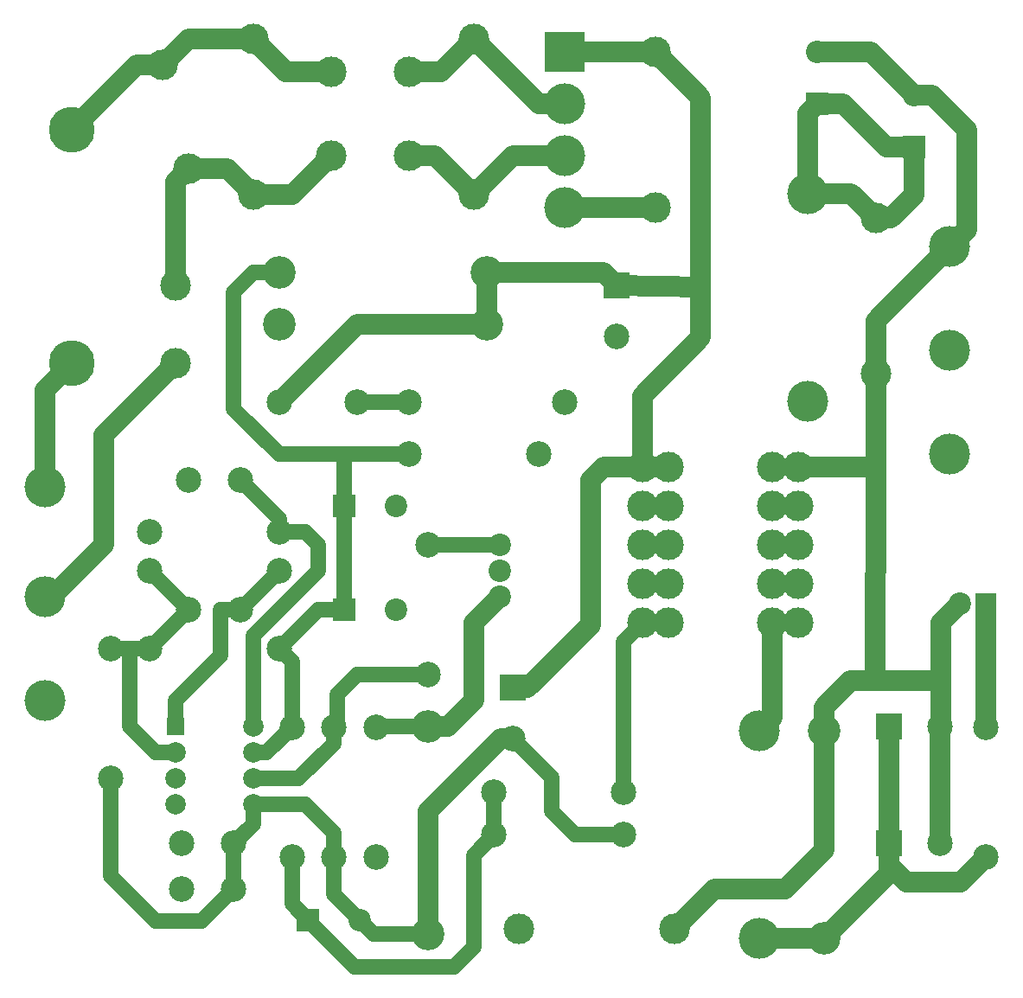
<source format=gbr>
G04 DipTrace 4.1.0.1*
G04 2 - Bottom.gbr*
%MOIN*%
G04 #@! TF.FileFunction,Copper,L2,Bot*
G04 #@! TF.Part,Single*
G04 #@! TA.AperFunction,Conductor*
%ADD13C,0.07874*%
%ADD14C,0.059055*%
G04 #@! TA.AperFunction,ComponentPad*
%ADD15C,0.11811*%
%ADD16R,0.098425X0.098425*%
%ADD17C,0.098425*%
%ADD18C,0.086614*%
%ADD19R,0.086614X0.086614*%
%ADD20R,0.15748X0.15748*%
%ADD21C,0.15748*%
%ADD22C,0.15748*%
%ADD23C,0.086614*%
%ADD24R,0.07874X0.07874*%
%ADD25C,0.177165*%
%ADD26C,0.11811*%
%ADD27C,0.125984*%
%ADD28C,0.098425*%
%ADD29R,0.070866X0.070866*%
%ADD30C,0.07874*%
%FSLAX26Y26*%
G04*
G70*
G90*
G75*
G01*
G04 Bottom*
%LPD*%
X590551Y2368701D2*
D13*
Y2740551D1*
X693701Y2843701D1*
Y3743701D2*
X943701Y3993701D1*
X1043701D1*
X1143701Y4093701D1*
X1393701D1*
X1518701Y3968701D1*
X1693701D1*
X1993701D2*
X2118701D1*
X2243701Y4093701D1*
X2593701Y3843701D2*
X2493701D1*
X2243701Y4093701D1*
X590551Y1943701D2*
X618701D1*
X818701Y2143701D1*
Y2568701D1*
X1093701Y2843701D1*
X1093696Y3143701D2*
Y3543696D1*
X1143701Y3593701D1*
X1293701D1*
X1393701Y3493701D1*
X1543701D1*
X1693701Y3643701D1*
X1993701D2*
X2093701D1*
X2243701Y3493701D1*
X2593701Y3643701D2*
X2393701D1*
X2243701Y3493701D1*
X2593701Y4043701D2*
X2943701D1*
X3118701Y3868701D1*
Y3138976D1*
Y2943701D1*
X2893701Y2718701D1*
Y2443701D1*
X2793701Y3143701D2*
X3118701Y3138976D1*
X2293701Y3193701D2*
Y2993701D1*
X2793701Y3143701D2*
X2743701Y3193701D1*
X2293701D1*
X1493701Y2693693D2*
X1793709Y2993701D1*
X2293701D1*
X2993701Y2443701D2*
X2743701D1*
X2693701Y2393701D1*
Y1835734D1*
X2451668Y1593701D1*
X2393701D1*
X2593701Y3443701D2*
X2943701D1*
X2068701Y643701D2*
Y1118701D1*
X2346850Y1396850D1*
X2393706D1*
X1803944Y699213D2*
D14*
X1859455Y643701D1*
X2068701D1*
X1803944Y699213D2*
X1703944Y799213D1*
Y941339D1*
Y1033458D1*
X1593701Y1143701D1*
X1393701D1*
Y1068701D1*
X1318701Y993701D1*
Y818701D1*
X843701Y1243701D2*
Y868701D1*
X1018701Y693701D1*
X1193701D1*
X1318701Y818701D1*
X2822047Y1027559D2*
X2634843D1*
X2543701Y1118701D1*
Y1246856D1*
X2393706Y1396850D1*
X1993701Y2693701D2*
X1793701D1*
X2343701Y1943701D2*
D13*
X2243701Y1843701D1*
Y1543701D1*
X2143701Y1443701D1*
X2068701D1*
D14*
X1871063D1*
X1868701Y1441339D1*
X1393701Y1343701D2*
X1446063D1*
X1543701Y1441339D1*
Y1693701D1*
X1493701Y1743701D1*
X1643701Y1893701D1*
X1743701D1*
Y2293701D1*
Y2493701D1*
X1993701D1*
X1493701Y3193701D2*
X1393701D1*
X1318701Y3118701D1*
Y2668701D1*
X1493701Y2493701D1*
X1993701D1*
X1393701Y1243701D2*
X1568701D1*
X1703944Y1378944D1*
Y1441339D1*
X1718701Y1456096D1*
Y1568701D1*
X1793701Y1643701D1*
X2068701D1*
X2343701Y2143701D2*
X2068701D1*
X993701Y2043701D2*
X1143701Y1893701D1*
X843701Y1743701D2*
X918542D1*
X993701D1*
X1143701Y1893701D2*
X993701Y1743701D1*
X1093701Y1343701D2*
X1018701D1*
X918542Y1443860D1*
Y1743701D1*
X1493701Y2043701D2*
X1343701Y1893701D1*
X1093701Y1443701D2*
Y1543701D1*
X1268701Y1718701D1*
Y1893701D1*
X1343701D1*
X3531201Y3497433D2*
D13*
X3699024D1*
X3793701Y3402756D1*
X3531201Y3497433D2*
Y3806201D1*
X3568701Y3843701D1*
X3793701Y3402756D2*
X3852756D1*
X3942126Y3492126D1*
Y3677552D1*
X3568701Y3843701D2*
X3668701D1*
X3834849Y3677552D1*
X3942126D1*
X2893701Y1843701D2*
D14*
X2822047Y1772047D1*
Y1191339D1*
X2322047D2*
Y1027559D1*
X2243701Y949213D1*
Y593701D1*
X2168701Y518701D1*
X1784455D1*
X1603944Y699213D1*
X1543701Y941339D2*
Y759455D1*
X1603944Y699213D1*
X4040551Y993701D2*
D13*
Y1443701D1*
X4043701Y1446850D1*
Y1620634D1*
Y1843701D1*
X4118701Y1918701D1*
X3018710Y664588D2*
X3172823Y818701D1*
X3443701D1*
X3593701Y968701D1*
Y1427559D1*
Y1518701D1*
X3695634Y1620634D1*
X3790148D1*
X4043701D1*
X3493701Y2443701D2*
X3793701D1*
Y2802756D1*
Y3007874D1*
X4079528Y3293701D1*
X3568701Y4043701D2*
X3775978D1*
X3942126Y3877552D1*
X4009849D1*
X4143701Y3743701D1*
Y3357874D1*
X4079528Y3293701D1*
X3793701Y2443701D2*
X3790148Y1620634D1*
X3393701Y1843701D2*
Y1477953D1*
X3343701Y1427953D1*
Y627953D2*
X3593307D1*
X3593701Y627559D1*
X3843701Y877559D1*
Y910395D1*
Y993701D1*
Y1443701D1*
X4218701Y941339D2*
X4121063Y843701D1*
X3910395D1*
X3843701Y910395D1*
X4218701Y1441339D2*
Y1918701D1*
X1343701Y2393701D2*
D14*
X1493701Y2243701D1*
Y2193701D1*
X1593701D1*
X1643701Y2143701D1*
Y2043701D1*
X1393701Y1793701D1*
Y1443701D1*
D15*
Y3493701D3*
Y4093701D3*
X2243701Y3493701D3*
Y4093701D3*
X2943701Y3443701D3*
Y4043701D3*
D16*
X2793701Y3143701D3*
D17*
Y2946850D3*
D16*
X2393701Y1593701D3*
D17*
X2393706Y1396850D3*
X1793701Y2693700D3*
X1493701Y2693694D3*
D18*
X1943701Y1893701D3*
D19*
X1743701D3*
D18*
X1943701Y2293701D3*
D19*
X1743701D3*
D17*
X1318701Y818700D3*
X1118701Y818696D3*
X1143701Y1893701D3*
X1343701D3*
X1318701Y993701D3*
X1118701D3*
X1143701Y2393701D3*
X1343701D3*
D16*
X3843701Y993701D3*
D17*
X4040551D3*
D16*
X3843701Y1443701D3*
D17*
X4040551D3*
D15*
X2418710Y664566D3*
X3018710Y664592D3*
D18*
X3568701Y4043701D3*
D19*
Y3843701D3*
D18*
X3942126Y3877552D3*
D19*
Y3677552D3*
D18*
X1803944Y699216D3*
D19*
X1603944Y699210D3*
D20*
X2593701Y4043701D3*
D21*
Y3843701D3*
Y3643701D3*
Y3443701D3*
D17*
X1993701Y2693701D3*
X2593701D3*
X1993701Y2493701D3*
X2493701D3*
X1703944Y1441339D3*
Y941339D3*
X1543701Y1441339D3*
Y941339D3*
D22*
X3343701Y627953D3*
Y1427953D3*
D23*
X4118701Y1918700D3*
D24*
X4218701Y1918702D3*
D22*
X3531201Y3497433D3*
Y2697433D3*
D25*
X693701Y2843701D3*
Y3743701D3*
D21*
X590551Y2368701D3*
Y1943701D3*
Y1543701D3*
X4079528Y3293701D3*
Y2493701D3*
Y2893701D3*
D23*
X2343701Y2143701D3*
Y2043701D3*
Y1943701D3*
D26*
X1093701Y2843701D3*
X1093695Y3143701D3*
D27*
X2293701Y2993701D3*
X1493701D3*
X2293701Y3193701D3*
X1493701D3*
X2068701Y1443701D3*
Y643701D3*
D28*
Y2143701D3*
Y1643701D3*
X1868701Y1441339D3*
Y941339D3*
X1493701Y2043701D3*
X993701D3*
X1493701Y1743701D3*
X993701D3*
X843701D3*
Y1243701D3*
X1493701Y2193701D3*
X993701D3*
X2822047Y1191339D3*
X2322047D3*
D27*
X3593701Y627559D3*
Y1427559D3*
D28*
X4218701Y941339D3*
Y1441339D3*
D15*
X3793701Y3402756D3*
Y2802756D3*
D28*
X2322047Y1027559D3*
X2822047D3*
D15*
X1693701Y3643701D3*
X1993701D3*
X1693701Y3968701D3*
X1993701D3*
X2893701Y2443701D3*
Y2293701D3*
Y2143701D3*
Y1993701D3*
Y1843701D3*
X3493701D3*
Y1993701D3*
Y2143701D3*
Y2293701D3*
Y2443701D3*
X2993701D3*
Y2293701D3*
Y2143701D3*
Y1993701D3*
Y1843701D3*
X3393701D3*
Y1993701D3*
Y2143701D3*
Y2293701D3*
Y2443701D3*
D29*
X1093701Y1443701D3*
D30*
Y1343701D3*
Y1243701D3*
Y1143701D3*
X1393701D3*
Y1243701D3*
Y1343701D3*
Y1443701D3*
D15*
X1143701Y3593701D3*
X1043701Y3993701D3*
M02*

</source>
